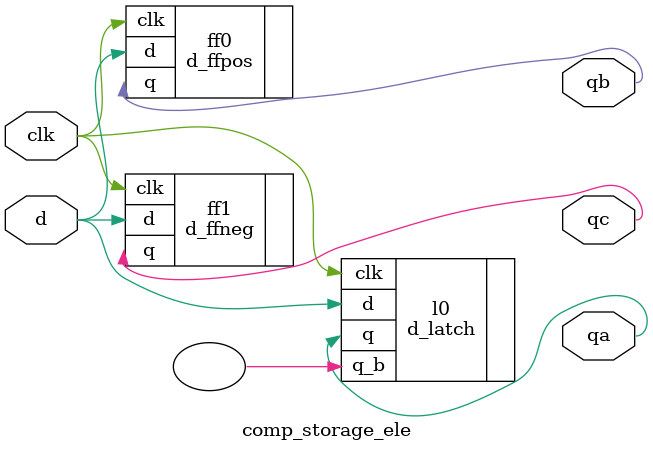
<source format=v>
`timescale 1ns / 1ps


module comp_storage_ele( input d,clk,
                         output qa,qb,qc
    );
    d_latch l0(.d(d),
              .clk(clk),
              .q(qa),
              .q_b());
            
     d_ffpos ff0(.d(d),
                 .clk(clk),
                 .q(qb));
                
     d_ffneg ff1(.d(d),
                 .clk(clk),
                 .q(qc));
                
endmodule

</source>
